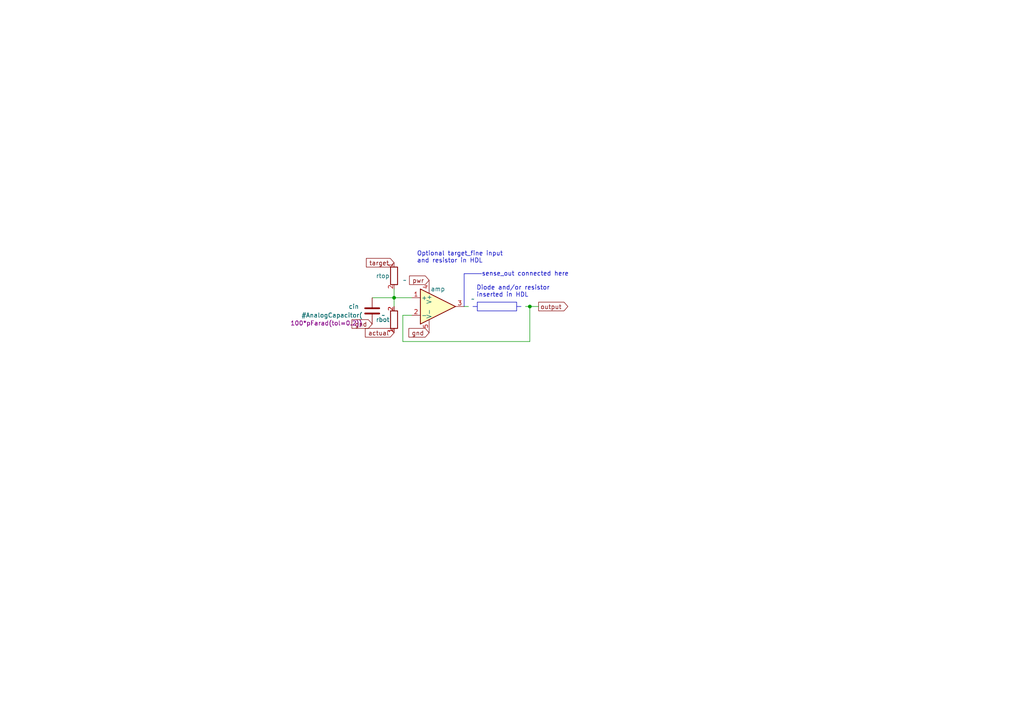
<source format=kicad_sch>
(kicad_sch (version 20231120) (generator "eeschema") (generator_version "8.0")
  (paper "A4")
  (lib_symbols
    (symbol "Device:C" (pin_numbers hide) (pin_names (offset 0.254))
      (property "Reference" "C" (at 0.635 2.54 0))
      (property "Value" "C" (at 0.635 -2.54 0))
      (symbol "C_0_1"
        (polyline (pts (xy -2.032 -0.762) (xy 2.032 -0.762)) (stroke (width 0.508)))
        (polyline (pts (xy -2.032 0.762) (xy 2.032 0.762)) (stroke (width 0.508)))
      )
      (symbol "C_1_1"
        (pin passive line (at 0 3.81 270) (length 2.794) (name "~") (number "1"))
        (pin passive line (at 0 -3.81 90) (length 2.794) (name "~") (number "2"))
      )
    )
    (symbol "Device:R" (pin_names (offset 0))
      (property "Reference" "R" (at 2.032 0 90))
      (property "Value" "R" (at 0 0 90))
      (symbol "R_0_1"
        (rectangle (start -1.016 -2.54) (end 1.016 2.54) (stroke (width 0.254)))
      )
      (symbol "R_1_1"
        (pin passive line (at 0 3.81 270) (length 1.27) (name "~") (number "1"))
        (pin passive line (at 0 -3.81 90) (length 1.27) (name "~") (number "2"))
      )
    )
    (symbol "Simulation_SPICE:OPAMP" (pin_names (offset 0.254))
      (property "Reference" "U" (at 3.81 3.175 0))
      (property "Value" "OPAMP" (at 3.81 -3.175 0))
      (symbol "OPAMP_0_1"
        (polyline (pts (xy 5.08 0) (xy -5.08 5.08) (xy -5.08 -5.08) (xy 5.08 0)) (stroke (width 0.254)) (fill (type background)))
      )
      (symbol "OPAMP_1_1"
        (pin input line (at -7.62 2.54 0) (length 2.54) (name "+") (number "1"))
        (pin input line (at -7.62 -2.54 0) (length 2.54) (name "-") (number "2"))
        (pin output line (at 7.62 0 180) (length 2.54) (name "~") (number "3"))
        (pin power_in line (at -2.54 7.62 270) (length 3.81) (name "V+") (number "4"))
        (pin power_in line (at -2.54 -7.62 90) (length 3.81) (name "V-") (number "5"))
      )
    )
  )
  (junction (at 114.3 86.36))
  (junction (at 153.67 88.9))
  (wire (pts (xy 116.84 91.44) (xy 116.84 99.06)))
  (polyline (pts (xy 149.86 88.9) (xy 151.13 88.9)))
  (wire (pts (xy 107.95 86.36) (xy 114.3 86.36)))
  (wire (pts (xy 134.62 88.9) (xy 135.89 88.9)))
  (wire (pts (xy 116.84 99.06) (xy 153.67 99.06)))
  (wire (pts (xy 153.67 88.9) (xy 156.21 88.9)))
  (polyline (pts (xy 134.62 79.375) (xy 139.7 79.375)))
  (wire (pts (xy 114.3 83.82) (xy 114.3 86.36)))
  (wire (pts (xy 119.38 91.44) (xy 116.84 91.44)))
  (wire (pts (xy 153.67 88.9) (xy 153.67 99.06)))
  (polyline (pts (xy 134.62 88.9) (xy 134.62 79.375)))
  (wire (pts (xy 114.3 86.36) (xy 119.38 86.36)))
  (polyline (pts (xy 137.16 88.9) (xy 138.43 88.9)))
  (wire (pts (xy 114.3 86.36) (xy 114.3 88.9)))
  (wire (pts (xy 152.4 88.9) (xy 153.67 88.9)))
  (rectangle (start 138.43 87.63) (end 149.86 90.17))
  (text "Optional target_fine input\nand resistor in HDL" (at 120.904 76.454 0) (effects (font (size 1.27 1.27)) (justify left bottom)))
  (text "sense_out connected here" (at 139.7 80.264 0) (effects (font (size 1.27 1.27)) (justify left bottom)))
  (text "Diode and/or resistor\ninserted in HDL" (at 138.176 86.36 0) (effects (font (size 1.27 1.27)) (justify left bottom)))
  (global_label "pwr" (shape input) (at 124.46 81.28 180) (property "Intersheetrefs" "${INTERSHEET_REFS}" (effects (hide yes))))
  (global_label "output" (shape output) (at 156.21 88.9 0) (property "Intersheetrefs" "${INTERSHEET_REFS}" (effects (hide yes))))
  (global_label "target" (shape input) (at 114.3 76.2 180) (property "Intersheetrefs" "${INTERSHEET_REFS}" (effects (hide yes))))
  (global_label "actual" (shape input) (at 114.3 96.52 180) (property "Intersheetrefs" "${INTERSHEET_REFS}" (effects (hide yes))))
  (global_label "gnd" (shape input) (at 107.95 93.98 180) (property "Intersheetrefs" "${INTERSHEET_REFS}" (effects (hide yes))))
  (global_label "gnd" (shape input) (at 124.46 96.52 180) (property "Intersheetrefs" "${INTERSHEET_REFS}" (effects (hide yes))))
  (symbol (lib_id "Device:R") (at 114.3 80.01 0) (unit 1)
    (property "Reference" "rtop" (at 113.03 80.01 0) (effects (justify right)))
    (property "Value" "~" (at 116.84 81.2799 0) (effects (justify left)))
  )
  (symbol (lib_id "Simulation_SPICE:OPAMP") (at 127 88.9 0) (unit 1)
    (property "Reference" "amp" (at 127 83.82 0))
    (property "Value" "~" (at 137.16 86.741 0))
  )
  (symbol (lib_id "Device:R") (at 114.3 92.71 180) (unit 1)
    (property "Reference" "rbot" (at 113.03 92.71 0) (effects (justify left)))
    (property "Value" "~" (at 111.76 91.4401 0) (effects (justify left)))
  )
  (symbol (lib_id "Device:C") (at 107.95 90.17 0) (mirror y) (unit 1)
    (property "Reference" "cin" (at 104.14 88.8999 0) (effects (justify left)))
    (property "Value" "#AnalogCapacitor(" (at 105.156 91.44 0) (effects (justify left)))
    (property "Description" "Unpolarized capacitor" (effects (hide yes)))
    (property "Value2" "100*pFarad(tol=0.2))" (at 105.156 93.726 0) (effects (justify left)))
  )
)
</source>
